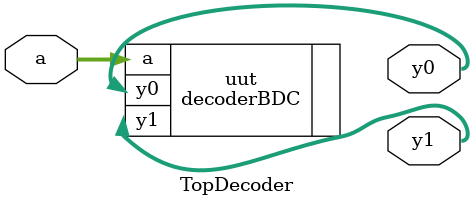
<source format=sv>
module TopDecoder(
    input logic [3:0] a,
    output logic [3:0] y1, y0
);

    // Instanciamos el módulo decoderBDC
    decoderBDC uut (
        .a(a), 
        .y1(y1), 
        .y0(y0)
    );

endmodule

</source>
